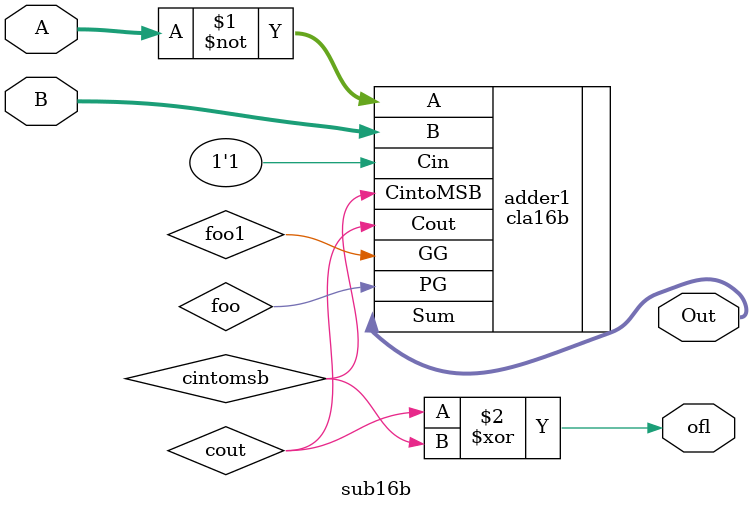
<source format=v>

module sub16b(A, B, Out, ofl);
  input [15:0] A, B;
  output [15:0] Out;
  output ofl;
  wire foo, foo1;
  wire cout, cintomsb;
  
  //2's comp of b
  cla16b adder1(.A(~A), .B(B), .Cin(1'b1), .Sum(Out), .Cout(cout), .PG(foo), .GG(foo1), .CintoMSB(cintomsb));
  assign ofl = cout ^ cintomsb;

endmodule

</source>
